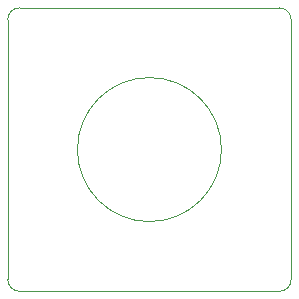
<source format=gm1>
G04 #@! TF.GenerationSoftware,KiCad,Pcbnew,7.0.5.1-1-g8f565ef7f0-dirty-deb11*
G04 #@! TF.CreationDate,2023-07-26T12:03:11+00:00*
G04 #@! TF.ProjectId,pedalboard-led-ring,70656461-6c62-46f6-9172-642d6c65642d,1.0.0*
G04 #@! TF.SameCoordinates,Original*
G04 #@! TF.FileFunction,Profile,NP*
%FSLAX46Y46*%
G04 Gerber Fmt 4.6, Leading zero omitted, Abs format (unit mm)*
G04 Created by KiCad (PCBNEW 7.0.5.1-1-g8f565ef7f0-dirty-deb11) date 2023-07-26 12:03:11*
%MOMM*%
%LPD*%
G01*
G04 APERTURE LIST*
G04 #@! TA.AperFunction,Profile*
%ADD10C,0.100000*%
G04 #@! TD*
G04 APERTURE END LIST*
D10*
X68000000Y-71000000D02*
G75*
G03*
X69000000Y-72000000I1000000J0D01*
G01*
X86100000Y-60000000D02*
G75*
G03*
X86100000Y-60000000I-6100000J0D01*
G01*
X92000000Y-49000000D02*
X92000000Y-71000000D01*
X68000000Y-71000000D02*
X68000000Y-49000000D01*
X91000000Y-72000000D02*
G75*
G03*
X92000000Y-71000000I0J1000000D01*
G01*
X69000000Y-48000000D02*
X91000000Y-48000000D01*
X91000000Y-72000000D02*
X69000000Y-72000000D01*
X69000000Y-48000000D02*
G75*
G03*
X68000000Y-49000000I0J-1000000D01*
G01*
X92000000Y-49000000D02*
G75*
G03*
X91000000Y-48000000I-1000000J0D01*
G01*
M02*

</source>
